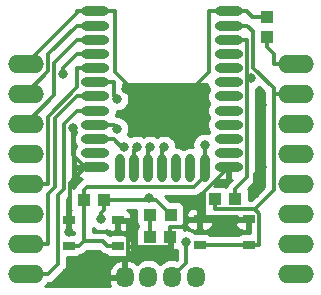
<source format=gtl>
G04 #@! TF.GenerationSoftware,KiCad,Pcbnew,(5.1.0)-1*
G04 #@! TF.CreationDate,2019-05-23T22:12:47+09:00*
G04 #@! TF.ProjectId,ble5,626c6535-2e6b-4696-9361-645f70636258,v1.4*
G04 #@! TF.SameCoordinates,Original*
G04 #@! TF.FileFunction,Copper,L1,Top*
G04 #@! TF.FilePolarity,Positive*
%FSLAX46Y46*%
G04 Gerber Fmt 4.6, Leading zero omitted, Abs format (unit mm)*
G04 Created by KiCad (PCBNEW (5.1.0)-1) date 2019-05-23 22:12:47*
%MOMM*%
%LPD*%
G04 APERTURE LIST*
%ADD10R,1.000000X1.100000*%
%ADD11R,1.100000X1.000000*%
%ADD12R,1.049020X1.079500*%
%ADD13O,3.048000X1.524000*%
%ADD14R,1.050000X0.650000*%
%ADD15O,2.400000X0.800000*%
%ADD16O,0.800000X2.400000*%
%ADD17O,1.524000X1.800000*%
%ADD18C,0.800000*%
%ADD19C,0.300000*%
%ADD20C,0.254000*%
G04 APERTURE END LIST*
D10*
X134700000Y-40450000D03*
X134700000Y-42150000D03*
D11*
X124850000Y-59100000D03*
X126550000Y-59100000D03*
D12*
X126573760Y-57200000D03*
X124826240Y-57200000D03*
D13*
X114300000Y-44450000D03*
X114300000Y-46990000D03*
X114300000Y-49530000D03*
X114300000Y-52070000D03*
X114300000Y-54610000D03*
X114300000Y-57150000D03*
X114300000Y-59690000D03*
X114300000Y-62230000D03*
X137160000Y-44450000D03*
X137160000Y-46990000D03*
X137160000Y-49530000D03*
X137160000Y-52070000D03*
X137160000Y-54610000D03*
X137160000Y-57150000D03*
X137160000Y-59690000D03*
X137160000Y-62230000D03*
D11*
X120900000Y-56000000D03*
X119200000Y-56000000D03*
X130350000Y-55900000D03*
X132050000Y-55900000D03*
D14*
X122100000Y-59850000D03*
X117950000Y-59850000D03*
X122100000Y-57700000D03*
X117950000Y-57700000D03*
X129050000Y-57600000D03*
X133200000Y-57600000D03*
X129050000Y-59750000D03*
X133200000Y-59750000D03*
D15*
X120200000Y-40000000D03*
X120200000Y-41200000D03*
X120200000Y-42400000D03*
X120200000Y-43600000D03*
X120200000Y-44800000D03*
X120200000Y-46000000D03*
X120200000Y-47200000D03*
X120200000Y-48400000D03*
X120200000Y-49600000D03*
X120200000Y-50800000D03*
X120200000Y-52000000D03*
X120200000Y-53200000D03*
D16*
X122250000Y-53300000D03*
X123450000Y-53300000D03*
X124650000Y-53300000D03*
X125850000Y-53300000D03*
X127050000Y-53300000D03*
X128250000Y-53300000D03*
X129450000Y-53300000D03*
D15*
X131500000Y-53200000D03*
X131500000Y-52000000D03*
X131500000Y-50800000D03*
X131500000Y-49600000D03*
X131500000Y-48400000D03*
X131500000Y-47200000D03*
X131500000Y-46000000D03*
X131500000Y-44800000D03*
X131500000Y-43600000D03*
X131500000Y-42400000D03*
X131500000Y-41200000D03*
X131500000Y-40000000D03*
D17*
X128700000Y-62500000D03*
X126700000Y-62500000D03*
X124700000Y-62500000D03*
X122700000Y-62500000D03*
D18*
X118302400Y-49890600D03*
X117950000Y-58670400D03*
X131400000Y-57800000D03*
X133700000Y-55500000D03*
X134300000Y-47900000D03*
X125800000Y-47200000D03*
X134300000Y-53200000D03*
X122800000Y-46600000D03*
X124709400Y-55779000D03*
X133337900Y-45640900D03*
X120694000Y-57575000D03*
X122022400Y-47419200D03*
X127860400Y-59501800D03*
X117468100Y-45297800D03*
X129450000Y-51297400D03*
X126027100Y-51482000D03*
X124851400Y-51499400D03*
X123734600Y-51475300D03*
X122646100Y-51448400D03*
X122046200Y-49916200D03*
D19*
X129433000Y-57450100D02*
X129199900Y-57450100D01*
X129199900Y-57450100D02*
X129050000Y-57600000D01*
X132324700Y-57600000D02*
X132174800Y-57450100D01*
X133200000Y-57600000D02*
X132324700Y-57600000D01*
X132174800Y-57450100D02*
X129433000Y-57450100D01*
X129433000Y-57450100D02*
X129433000Y-55267000D01*
X129433000Y-55267000D02*
X131500000Y-53200000D01*
X117950000Y-57700000D02*
X118052300Y-57597700D01*
X118052300Y-57597700D02*
X118052300Y-54497200D01*
X118052300Y-54497200D02*
X119349500Y-53200000D01*
X119349500Y-53200000D02*
X118302400Y-52152900D01*
X118302400Y-52152900D02*
X118302400Y-49890600D01*
X119424900Y-53200000D02*
X119349500Y-53200000D01*
X117950000Y-58670400D02*
X117950000Y-57700000D01*
X120200000Y-53200000D02*
X119424900Y-53200000D01*
X133050300Y-40000000D02*
X133500300Y-40450000D01*
X133500300Y-40450000D02*
X133974800Y-40450000D01*
X131500000Y-40000000D02*
X133050300Y-40000000D01*
X122975300Y-59950300D02*
X122975300Y-57700000D01*
X122700000Y-61249700D02*
X122975300Y-60974400D01*
X122975300Y-60974400D02*
X122975300Y-59950300D01*
X122975300Y-59950300D02*
X126550000Y-59950300D01*
X126550000Y-59100000D02*
X126550000Y-59950300D01*
X129050000Y-57600000D02*
X128174700Y-57600000D01*
X128174700Y-57600000D02*
X127525000Y-58249700D01*
X127525000Y-58249700D02*
X126550000Y-58249700D01*
X126550000Y-59100000D02*
X126550000Y-58249700D01*
X122100000Y-57700000D02*
X122975300Y-57700000D01*
X122700000Y-62500000D02*
X122700000Y-61249700D01*
X134700000Y-40450000D02*
X133974800Y-40450000D01*
X120200000Y-40000000D02*
X121850300Y-40000000D01*
X131500000Y-40000000D02*
X129849700Y-40000000D01*
X129849700Y-40000000D02*
X129849700Y-45113300D01*
X129849700Y-45113300D02*
X128363400Y-46599600D01*
X128363400Y-46599600D02*
X125600000Y-46599600D01*
X125600000Y-46599600D02*
X123346400Y-46599600D01*
X123346400Y-46599600D02*
X123173400Y-46426600D01*
X123173400Y-46426600D02*
X121850300Y-45103500D01*
X121850300Y-45103500D02*
X121850300Y-40000000D01*
X120200000Y-40000000D02*
X118649700Y-40000000D01*
X114300000Y-44450000D02*
X118649700Y-40100300D01*
X118649700Y-40100300D02*
X118649700Y-40000000D01*
X125600000Y-46599600D02*
X125600000Y-47000000D01*
X133700000Y-53800000D02*
X134300000Y-53200000D01*
X133700000Y-55500000D02*
X133700000Y-53800000D01*
X131600000Y-57600000D02*
X131400000Y-57800000D01*
X131600000Y-57600000D02*
X133200000Y-57600000D01*
X125600000Y-47000000D02*
X125800000Y-47200000D01*
X134300000Y-47900000D02*
X134300000Y-53200000D01*
X123173400Y-46426600D02*
X122973400Y-46426600D01*
X122973400Y-46426600D02*
X122800000Y-46600000D01*
X124709400Y-56000000D02*
X125373800Y-56000000D01*
X125373800Y-56000000D02*
X126573800Y-57200000D01*
X120900000Y-56000000D02*
X124709400Y-56000000D01*
X124709400Y-56000000D02*
X124709400Y-55779000D01*
X132050000Y-55049700D02*
X133050300Y-54049400D01*
X133050300Y-54049400D02*
X133050300Y-45640900D01*
X133050300Y-42400000D02*
X133050300Y-45640900D01*
X133050300Y-45640900D02*
X133337900Y-45640900D01*
X134700000Y-42150000D02*
X134700000Y-43050300D01*
X137160000Y-44450000D02*
X135285700Y-44450000D01*
X135285700Y-44450000D02*
X135285700Y-43636000D01*
X135285700Y-43636000D02*
X134700000Y-43050300D01*
X131500000Y-42400000D02*
X133050300Y-42400000D01*
X120900000Y-56000000D02*
X120900000Y-56850300D01*
X120694000Y-57575000D02*
X120694000Y-57056300D01*
X120694000Y-57056300D02*
X120900000Y-56850300D01*
X132050000Y-55900000D02*
X132050000Y-55049700D01*
X124826200Y-57200000D02*
X124826200Y-58090100D01*
X124826200Y-58090100D02*
X124850000Y-58113900D01*
X124850000Y-58113900D02*
X124850000Y-59100000D01*
X133200000Y-59750000D02*
X134075300Y-59750000D01*
X134075300Y-59750000D02*
X134075300Y-57129900D01*
X134075300Y-57129900D02*
X133695700Y-56750300D01*
X133200000Y-59750000D02*
X132762400Y-59750000D01*
X133695700Y-56750300D02*
X130350000Y-56750300D01*
X135285700Y-46990000D02*
X135285700Y-55160300D01*
X135285700Y-55160300D02*
X133695700Y-56750300D01*
X130350000Y-55900000D02*
X130350000Y-56750300D01*
X133050300Y-41200000D02*
X133550700Y-41700400D01*
X133550700Y-41700400D02*
X133550700Y-44775500D01*
X133550700Y-44775500D02*
X135285700Y-46510500D01*
X135285700Y-46510500D02*
X135285700Y-46990000D01*
X131500000Y-41200000D02*
X133050300Y-41200000D01*
X132762400Y-59750000D02*
X132324700Y-59750000D01*
X137160000Y-46990000D02*
X135285700Y-46990000D01*
X129925300Y-59750000D02*
X132324700Y-59750000D01*
X129050000Y-59750000D02*
X129925300Y-59750000D01*
X120200000Y-44800000D02*
X118649700Y-44800000D01*
X114300000Y-54610000D02*
X116174300Y-54610000D01*
X116174300Y-54610000D02*
X116174300Y-48915800D01*
X116174300Y-48915800D02*
X118649700Y-46440400D01*
X118649700Y-46440400D02*
X118649700Y-44800000D01*
X121750300Y-46000000D02*
X121750300Y-47147100D01*
X121750300Y-47147100D02*
X122022400Y-47419200D01*
X126700000Y-62500000D02*
X127860400Y-61339600D01*
X127860400Y-61339600D02*
X127860400Y-59501800D01*
X120200000Y-46000000D02*
X121750300Y-46000000D01*
X120200000Y-41200000D02*
X118649700Y-41200000D01*
X118649700Y-41200000D02*
X116217100Y-43632600D01*
X116217100Y-43632600D02*
X116217100Y-45072900D01*
X116217100Y-45072900D02*
X114300000Y-46990000D01*
X114300000Y-49530000D02*
X116717500Y-47112500D01*
X116717500Y-47112500D02*
X116717500Y-44332200D01*
X116717500Y-44332200D02*
X118649700Y-42400000D01*
X120200000Y-42400000D02*
X118649700Y-42400000D01*
X118649700Y-43600000D02*
X117468100Y-44781600D01*
X117468100Y-44781600D02*
X117468100Y-45297800D01*
X120200000Y-43600000D02*
X118649700Y-43600000D01*
X114300000Y-59690000D02*
X116174300Y-59690000D01*
X120200000Y-47200000D02*
X118649700Y-47200000D01*
X118649700Y-47200000D02*
X116801600Y-49048100D01*
X116801600Y-49048100D02*
X116801600Y-54860100D01*
X116801600Y-54860100D02*
X116174300Y-55487400D01*
X116174300Y-55487400D02*
X116174300Y-59690000D01*
X116174300Y-62230000D02*
X117051700Y-61352600D01*
X117051700Y-61352600D02*
X117051700Y-55567800D01*
X117051700Y-55567800D02*
X117551900Y-55067600D01*
X117551900Y-55067600D02*
X117551900Y-49497800D01*
X117551900Y-49497800D02*
X118649700Y-48400000D01*
X114300000Y-62230000D02*
X116174300Y-62230000D01*
X120200000Y-48400000D02*
X118649700Y-48400000D01*
X119200000Y-56000000D02*
X119200000Y-55149700D01*
X129450000Y-53300000D02*
X129450000Y-53976200D01*
X129450000Y-53976200D02*
X128567800Y-54858400D01*
X128567800Y-54858400D02*
X119491300Y-54858400D01*
X119491300Y-54858400D02*
X119200000Y-55149700D01*
X129450000Y-51297400D02*
X129450000Y-53300000D01*
X122100000Y-59850000D02*
X121224700Y-59850000D01*
X119200000Y-59475300D02*
X118825300Y-59850000D01*
X119200000Y-56000000D02*
X119200000Y-59475300D01*
X119200000Y-59475300D02*
X120850000Y-59475300D01*
X120850000Y-59475300D02*
X121224700Y-59850000D01*
X117950000Y-59850000D02*
X118825300Y-59850000D01*
X125850000Y-51749700D02*
X125850000Y-51659100D01*
X125850000Y-51659100D02*
X126027100Y-51482000D01*
X125850000Y-53300000D02*
X125850000Y-51749700D01*
X124650000Y-51749700D02*
X124851400Y-51548300D01*
X124851400Y-51548300D02*
X124851400Y-51499400D01*
X124650000Y-53300000D02*
X124650000Y-51749700D01*
X123450000Y-53300000D02*
X123450000Y-51749700D01*
X123460200Y-51749700D02*
X123734600Y-51475300D01*
X123450000Y-51749700D02*
X123460200Y-51749700D01*
X121750300Y-50800000D02*
X122398700Y-51448400D01*
X122398700Y-51448400D02*
X122646100Y-51448400D01*
X120200000Y-50800000D02*
X121750300Y-50800000D01*
X120200000Y-49600000D02*
X121750300Y-49600000D01*
X121750300Y-49600000D02*
X121750300Y-49620300D01*
X121750300Y-49620300D02*
X122046200Y-49916200D01*
D20*
G36*
X123663658Y-57739750D02*
G01*
X123675918Y-57864232D01*
X123712228Y-57983930D01*
X123771193Y-58094244D01*
X123832397Y-58168821D01*
X123769463Y-58245506D01*
X123710498Y-58355820D01*
X123674188Y-58475518D01*
X123661928Y-58600000D01*
X123661928Y-59600000D01*
X123674188Y-59724482D01*
X123710498Y-59844180D01*
X123769463Y-59954494D01*
X123848815Y-60051185D01*
X123945506Y-60130537D01*
X124055820Y-60189502D01*
X124175518Y-60225812D01*
X124300000Y-60238072D01*
X125400000Y-60238072D01*
X125524482Y-60225812D01*
X125644180Y-60189502D01*
X125700000Y-60159665D01*
X125755820Y-60189502D01*
X125875518Y-60225812D01*
X126000000Y-60238072D01*
X126264250Y-60235000D01*
X126423000Y-60076250D01*
X126423000Y-59227000D01*
X126403000Y-59227000D01*
X126403000Y-58973000D01*
X126423000Y-58973000D01*
X126423000Y-58953000D01*
X126677000Y-58953000D01*
X126677000Y-58973000D01*
X126697000Y-58973000D01*
X126697000Y-59227000D01*
X126677000Y-59227000D01*
X126677000Y-60076250D01*
X126835750Y-60235000D01*
X127075401Y-60237786D01*
X127075400Y-61014442D01*
X127074193Y-61015650D01*
X126973860Y-60985214D01*
X126700000Y-60958241D01*
X126426141Y-60985214D01*
X126162806Y-61065096D01*
X125920114Y-61194817D01*
X125707393Y-61369392D01*
X125700000Y-61378400D01*
X125692608Y-61369392D01*
X125479887Y-61194817D01*
X125237195Y-61065096D01*
X124973860Y-60985214D01*
X124700000Y-60958241D01*
X124426141Y-60985214D01*
X124162806Y-61065096D01*
X123920114Y-61194817D01*
X123707393Y-61369392D01*
X123694039Y-61385663D01*
X123530330Y-61237865D01*
X123295068Y-61097476D01*
X123043070Y-61007780D01*
X122827000Y-61130280D01*
X122827000Y-62373000D01*
X122847000Y-62373000D01*
X122847000Y-62627000D01*
X122827000Y-62627000D01*
X122827000Y-62647000D01*
X122573000Y-62647000D01*
X122573000Y-62627000D01*
X121461251Y-62627000D01*
X121317986Y-62845752D01*
X121385071Y-63111378D01*
X121469978Y-63290000D01*
X115972490Y-63290000D01*
X116054608Y-63222608D01*
X116226053Y-63013701D01*
X116328187Y-63003641D01*
X116476160Y-62958754D01*
X116612533Y-62885862D01*
X116732064Y-62787764D01*
X116756647Y-62757810D01*
X117360209Y-62154248D01*
X121317986Y-62154248D01*
X121461251Y-62373000D01*
X122573000Y-62373000D01*
X122573000Y-61130280D01*
X122356930Y-61007780D01*
X122104932Y-61097476D01*
X121869670Y-61237865D01*
X121666317Y-61421454D01*
X121502688Y-61641188D01*
X121385071Y-61888622D01*
X121317986Y-62154248D01*
X117360209Y-62154248D01*
X117579517Y-61934941D01*
X117609464Y-61910364D01*
X117644714Y-61867413D01*
X117658150Y-61851041D01*
X117707562Y-61790833D01*
X117780454Y-61654460D01*
X117780454Y-61654459D01*
X117825342Y-61506487D01*
X117833716Y-61421454D01*
X117836700Y-61391161D01*
X117836700Y-61391156D01*
X117840497Y-61352600D01*
X117836700Y-61314045D01*
X117836700Y-60813072D01*
X118475000Y-60813072D01*
X118599482Y-60800812D01*
X118719180Y-60764502D01*
X118829494Y-60705537D01*
X118922479Y-60629226D01*
X118979187Y-60623641D01*
X119127160Y-60578754D01*
X119263533Y-60505862D01*
X119383064Y-60407764D01*
X119407647Y-60377809D01*
X119525157Y-60260300D01*
X120524844Y-60260300D01*
X120642349Y-60377805D01*
X120666936Y-60407764D01*
X120786467Y-60505862D01*
X120898902Y-60565959D01*
X120922840Y-60578754D01*
X121070813Y-60623642D01*
X121127521Y-60629227D01*
X121220506Y-60705537D01*
X121330820Y-60764502D01*
X121450518Y-60800812D01*
X121575000Y-60813072D01*
X122625000Y-60813072D01*
X122749482Y-60800812D01*
X122869180Y-60764502D01*
X122979494Y-60705537D01*
X123076185Y-60626185D01*
X123155537Y-60529494D01*
X123214502Y-60419180D01*
X123250812Y-60299482D01*
X123263072Y-60175000D01*
X123263072Y-59525000D01*
X123250812Y-59400518D01*
X123214502Y-59280820D01*
X123155537Y-59170506D01*
X123076185Y-59073815D01*
X122979494Y-58994463D01*
X122869180Y-58935498D01*
X122749482Y-58899188D01*
X122625000Y-58886928D01*
X121575000Y-58886928D01*
X121450518Y-58899188D01*
X121402979Y-58913609D01*
X121288233Y-58819438D01*
X121151860Y-58746546D01*
X121003887Y-58701659D01*
X120888561Y-58690300D01*
X120888553Y-58690300D01*
X120850000Y-58686503D01*
X120811447Y-58690300D01*
X119985000Y-58690300D01*
X119985000Y-58329711D01*
X120034226Y-58378937D01*
X120203744Y-58492205D01*
X120392102Y-58570226D01*
X120592061Y-58610000D01*
X120795939Y-58610000D01*
X120995898Y-58570226D01*
X121157061Y-58503469D01*
X121220506Y-58555537D01*
X121330820Y-58614502D01*
X121450518Y-58650812D01*
X121575000Y-58663072D01*
X121814250Y-58660000D01*
X121973000Y-58501250D01*
X121973000Y-57827000D01*
X122227000Y-57827000D01*
X122227000Y-58501250D01*
X122385750Y-58660000D01*
X122625000Y-58663072D01*
X122749482Y-58650812D01*
X122869180Y-58614502D01*
X122979494Y-58555537D01*
X123076185Y-58476185D01*
X123155537Y-58379494D01*
X123214502Y-58269180D01*
X123250812Y-58149482D01*
X123263072Y-58025000D01*
X123260000Y-57985750D01*
X123101250Y-57827000D01*
X122227000Y-57827000D01*
X121973000Y-57827000D01*
X121953000Y-57827000D01*
X121953000Y-57573000D01*
X121973000Y-57573000D01*
X121973000Y-57553000D01*
X122227000Y-57553000D01*
X122227000Y-57573000D01*
X123101250Y-57573000D01*
X123260000Y-57414250D01*
X123263072Y-57375000D01*
X123250812Y-57250518D01*
X123214502Y-57130820D01*
X123155537Y-57020506D01*
X123076185Y-56923815D01*
X122979494Y-56844463D01*
X122869180Y-56785498D01*
X122867538Y-56785000D01*
X123663658Y-56785000D01*
X123663658Y-57739750D01*
X123663658Y-57739750D01*
G37*
X123663658Y-57739750D02*
X123675918Y-57864232D01*
X123712228Y-57983930D01*
X123771193Y-58094244D01*
X123832397Y-58168821D01*
X123769463Y-58245506D01*
X123710498Y-58355820D01*
X123674188Y-58475518D01*
X123661928Y-58600000D01*
X123661928Y-59600000D01*
X123674188Y-59724482D01*
X123710498Y-59844180D01*
X123769463Y-59954494D01*
X123848815Y-60051185D01*
X123945506Y-60130537D01*
X124055820Y-60189502D01*
X124175518Y-60225812D01*
X124300000Y-60238072D01*
X125400000Y-60238072D01*
X125524482Y-60225812D01*
X125644180Y-60189502D01*
X125700000Y-60159665D01*
X125755820Y-60189502D01*
X125875518Y-60225812D01*
X126000000Y-60238072D01*
X126264250Y-60235000D01*
X126423000Y-60076250D01*
X126423000Y-59227000D01*
X126403000Y-59227000D01*
X126403000Y-58973000D01*
X126423000Y-58973000D01*
X126423000Y-58953000D01*
X126677000Y-58953000D01*
X126677000Y-58973000D01*
X126697000Y-58973000D01*
X126697000Y-59227000D01*
X126677000Y-59227000D01*
X126677000Y-60076250D01*
X126835750Y-60235000D01*
X127075401Y-60237786D01*
X127075400Y-61014442D01*
X127074193Y-61015650D01*
X126973860Y-60985214D01*
X126700000Y-60958241D01*
X126426141Y-60985214D01*
X126162806Y-61065096D01*
X125920114Y-61194817D01*
X125707393Y-61369392D01*
X125700000Y-61378400D01*
X125692608Y-61369392D01*
X125479887Y-61194817D01*
X125237195Y-61065096D01*
X124973860Y-60985214D01*
X124700000Y-60958241D01*
X124426141Y-60985214D01*
X124162806Y-61065096D01*
X123920114Y-61194817D01*
X123707393Y-61369392D01*
X123694039Y-61385663D01*
X123530330Y-61237865D01*
X123295068Y-61097476D01*
X123043070Y-61007780D01*
X122827000Y-61130280D01*
X122827000Y-62373000D01*
X122847000Y-62373000D01*
X122847000Y-62627000D01*
X122827000Y-62627000D01*
X122827000Y-62647000D01*
X122573000Y-62647000D01*
X122573000Y-62627000D01*
X121461251Y-62627000D01*
X121317986Y-62845752D01*
X121385071Y-63111378D01*
X121469978Y-63290000D01*
X115972490Y-63290000D01*
X116054608Y-63222608D01*
X116226053Y-63013701D01*
X116328187Y-63003641D01*
X116476160Y-62958754D01*
X116612533Y-62885862D01*
X116732064Y-62787764D01*
X116756647Y-62757810D01*
X117360209Y-62154248D01*
X121317986Y-62154248D01*
X121461251Y-62373000D01*
X122573000Y-62373000D01*
X122573000Y-61130280D01*
X122356930Y-61007780D01*
X122104932Y-61097476D01*
X121869670Y-61237865D01*
X121666317Y-61421454D01*
X121502688Y-61641188D01*
X121385071Y-61888622D01*
X121317986Y-62154248D01*
X117360209Y-62154248D01*
X117579517Y-61934941D01*
X117609464Y-61910364D01*
X117644714Y-61867413D01*
X117658150Y-61851041D01*
X117707562Y-61790833D01*
X117780454Y-61654460D01*
X117780454Y-61654459D01*
X117825342Y-61506487D01*
X117833716Y-61421454D01*
X117836700Y-61391161D01*
X117836700Y-61391156D01*
X117840497Y-61352600D01*
X117836700Y-61314045D01*
X117836700Y-60813072D01*
X118475000Y-60813072D01*
X118599482Y-60800812D01*
X118719180Y-60764502D01*
X118829494Y-60705537D01*
X118922479Y-60629226D01*
X118979187Y-60623641D01*
X119127160Y-60578754D01*
X119263533Y-60505862D01*
X119383064Y-60407764D01*
X119407647Y-60377809D01*
X119525157Y-60260300D01*
X120524844Y-60260300D01*
X120642349Y-60377805D01*
X120666936Y-60407764D01*
X120786467Y-60505862D01*
X120898902Y-60565959D01*
X120922840Y-60578754D01*
X121070813Y-60623642D01*
X121127521Y-60629227D01*
X121220506Y-60705537D01*
X121330820Y-60764502D01*
X121450518Y-60800812D01*
X121575000Y-60813072D01*
X122625000Y-60813072D01*
X122749482Y-60800812D01*
X122869180Y-60764502D01*
X122979494Y-60705537D01*
X123076185Y-60626185D01*
X123155537Y-60529494D01*
X123214502Y-60419180D01*
X123250812Y-60299482D01*
X123263072Y-60175000D01*
X123263072Y-59525000D01*
X123250812Y-59400518D01*
X123214502Y-59280820D01*
X123155537Y-59170506D01*
X123076185Y-59073815D01*
X122979494Y-58994463D01*
X122869180Y-58935498D01*
X122749482Y-58899188D01*
X122625000Y-58886928D01*
X121575000Y-58886928D01*
X121450518Y-58899188D01*
X121402979Y-58913609D01*
X121288233Y-58819438D01*
X121151860Y-58746546D01*
X121003887Y-58701659D01*
X120888561Y-58690300D01*
X120888553Y-58690300D01*
X120850000Y-58686503D01*
X120811447Y-58690300D01*
X119985000Y-58690300D01*
X119985000Y-58329711D01*
X120034226Y-58378937D01*
X120203744Y-58492205D01*
X120392102Y-58570226D01*
X120592061Y-58610000D01*
X120795939Y-58610000D01*
X120995898Y-58570226D01*
X121157061Y-58503469D01*
X121220506Y-58555537D01*
X121330820Y-58614502D01*
X121450518Y-58650812D01*
X121575000Y-58663072D01*
X121814250Y-58660000D01*
X121973000Y-58501250D01*
X121973000Y-57827000D01*
X122227000Y-57827000D01*
X122227000Y-58501250D01*
X122385750Y-58660000D01*
X122625000Y-58663072D01*
X122749482Y-58650812D01*
X122869180Y-58614502D01*
X122979494Y-58555537D01*
X123076185Y-58476185D01*
X123155537Y-58379494D01*
X123214502Y-58269180D01*
X123250812Y-58149482D01*
X123263072Y-58025000D01*
X123260000Y-57985750D01*
X123101250Y-57827000D01*
X122227000Y-57827000D01*
X121973000Y-57827000D01*
X121953000Y-57827000D01*
X121953000Y-57573000D01*
X121973000Y-57573000D01*
X121973000Y-57553000D01*
X122227000Y-57553000D01*
X122227000Y-57573000D01*
X123101250Y-57573000D01*
X123260000Y-57414250D01*
X123263072Y-57375000D01*
X123250812Y-57250518D01*
X123214502Y-57130820D01*
X123155537Y-57020506D01*
X123076185Y-56923815D01*
X122979494Y-56844463D01*
X122869180Y-56785498D01*
X122867538Y-56785000D01*
X123663658Y-56785000D01*
X123663658Y-57739750D01*
G36*
X129161928Y-55400000D02*
G01*
X129161928Y-56400000D01*
X129174188Y-56524482D01*
X129210498Y-56644180D01*
X129252671Y-56723079D01*
X129177000Y-56798750D01*
X129177000Y-57473000D01*
X130036814Y-57473000D01*
X130048140Y-57479054D01*
X130196113Y-57523941D01*
X130311439Y-57535300D01*
X130311440Y-57535300D01*
X130350000Y-57539098D01*
X130388561Y-57535300D01*
X133290301Y-57535300D01*
X133290300Y-58786928D01*
X132675000Y-58786928D01*
X132550518Y-58799188D01*
X132430820Y-58835498D01*
X132320506Y-58894463D01*
X132234556Y-58965000D01*
X130015444Y-58965000D01*
X129929494Y-58894463D01*
X129819180Y-58835498D01*
X129699482Y-58799188D01*
X129575000Y-58786928D01*
X128609239Y-58786928D01*
X128520174Y-58697863D01*
X128350656Y-58584595D01*
X128162298Y-58506574D01*
X127962339Y-58466800D01*
X127758461Y-58466800D01*
X127725176Y-58473421D01*
X127689502Y-58355820D01*
X127630537Y-58245506D01*
X127567603Y-58168821D01*
X127628807Y-58094244D01*
X127687772Y-57983930D01*
X127705648Y-57925000D01*
X127886928Y-57925000D01*
X127899188Y-58049482D01*
X127935498Y-58169180D01*
X127994463Y-58279494D01*
X128073815Y-58376185D01*
X128170506Y-58455537D01*
X128280820Y-58514502D01*
X128400518Y-58550812D01*
X128525000Y-58563072D01*
X128764250Y-58560000D01*
X128923000Y-58401250D01*
X128923000Y-57727000D01*
X129177000Y-57727000D01*
X129177000Y-58401250D01*
X129335750Y-58560000D01*
X129575000Y-58563072D01*
X129699482Y-58550812D01*
X129819180Y-58514502D01*
X129929494Y-58455537D01*
X130026185Y-58376185D01*
X130105537Y-58279494D01*
X130164502Y-58169180D01*
X130200812Y-58049482D01*
X130213072Y-57925000D01*
X132036928Y-57925000D01*
X132049188Y-58049482D01*
X132085498Y-58169180D01*
X132144463Y-58279494D01*
X132223815Y-58376185D01*
X132320506Y-58455537D01*
X132430820Y-58514502D01*
X132550518Y-58550812D01*
X132675000Y-58563072D01*
X132914250Y-58560000D01*
X133073000Y-58401250D01*
X133073000Y-57727000D01*
X132198750Y-57727000D01*
X132040000Y-57885750D01*
X132036928Y-57925000D01*
X130213072Y-57925000D01*
X130210000Y-57885750D01*
X130051250Y-57727000D01*
X129177000Y-57727000D01*
X128923000Y-57727000D01*
X128048750Y-57727000D01*
X127890000Y-57885750D01*
X127886928Y-57925000D01*
X127705648Y-57925000D01*
X127724082Y-57864232D01*
X127736342Y-57739750D01*
X127736342Y-57275000D01*
X127886928Y-57275000D01*
X127890000Y-57314250D01*
X128048750Y-57473000D01*
X128923000Y-57473000D01*
X128923000Y-56798750D01*
X128764250Y-56640000D01*
X128525000Y-56636928D01*
X128400518Y-56649188D01*
X128280820Y-56685498D01*
X128170506Y-56744463D01*
X128073815Y-56823815D01*
X127994463Y-56920506D01*
X127935498Y-57030820D01*
X127899188Y-57150518D01*
X127886928Y-57275000D01*
X127736342Y-57275000D01*
X127736342Y-56660250D01*
X127724082Y-56535768D01*
X127687772Y-56416070D01*
X127628807Y-56305756D01*
X127549455Y-56209065D01*
X127452764Y-56129713D01*
X127342450Y-56070748D01*
X127222752Y-56034438D01*
X127098270Y-56022178D01*
X126506135Y-56022178D01*
X126127357Y-55643400D01*
X128529247Y-55643400D01*
X128567800Y-55647197D01*
X128606353Y-55643400D01*
X128606361Y-55643400D01*
X128721687Y-55632041D01*
X128869660Y-55587154D01*
X129006033Y-55514262D01*
X129125564Y-55416164D01*
X129150147Y-55386210D01*
X129164722Y-55371636D01*
X129161928Y-55400000D01*
X129161928Y-55400000D01*
G37*
X129161928Y-55400000D02*
X129161928Y-56400000D01*
X129174188Y-56524482D01*
X129210498Y-56644180D01*
X129252671Y-56723079D01*
X129177000Y-56798750D01*
X129177000Y-57473000D01*
X130036814Y-57473000D01*
X130048140Y-57479054D01*
X130196113Y-57523941D01*
X130311439Y-57535300D01*
X130311440Y-57535300D01*
X130350000Y-57539098D01*
X130388561Y-57535300D01*
X133290301Y-57535300D01*
X133290300Y-58786928D01*
X132675000Y-58786928D01*
X132550518Y-58799188D01*
X132430820Y-58835498D01*
X132320506Y-58894463D01*
X132234556Y-58965000D01*
X130015444Y-58965000D01*
X129929494Y-58894463D01*
X129819180Y-58835498D01*
X129699482Y-58799188D01*
X129575000Y-58786928D01*
X128609239Y-58786928D01*
X128520174Y-58697863D01*
X128350656Y-58584595D01*
X128162298Y-58506574D01*
X127962339Y-58466800D01*
X127758461Y-58466800D01*
X127725176Y-58473421D01*
X127689502Y-58355820D01*
X127630537Y-58245506D01*
X127567603Y-58168821D01*
X127628807Y-58094244D01*
X127687772Y-57983930D01*
X127705648Y-57925000D01*
X127886928Y-57925000D01*
X127899188Y-58049482D01*
X127935498Y-58169180D01*
X127994463Y-58279494D01*
X128073815Y-58376185D01*
X128170506Y-58455537D01*
X128280820Y-58514502D01*
X128400518Y-58550812D01*
X128525000Y-58563072D01*
X128764250Y-58560000D01*
X128923000Y-58401250D01*
X128923000Y-57727000D01*
X129177000Y-57727000D01*
X129177000Y-58401250D01*
X129335750Y-58560000D01*
X129575000Y-58563072D01*
X129699482Y-58550812D01*
X129819180Y-58514502D01*
X129929494Y-58455537D01*
X130026185Y-58376185D01*
X130105537Y-58279494D01*
X130164502Y-58169180D01*
X130200812Y-58049482D01*
X130213072Y-57925000D01*
X132036928Y-57925000D01*
X132049188Y-58049482D01*
X132085498Y-58169180D01*
X132144463Y-58279494D01*
X132223815Y-58376185D01*
X132320506Y-58455537D01*
X132430820Y-58514502D01*
X132550518Y-58550812D01*
X132675000Y-58563072D01*
X132914250Y-58560000D01*
X133073000Y-58401250D01*
X133073000Y-57727000D01*
X132198750Y-57727000D01*
X132040000Y-57885750D01*
X132036928Y-57925000D01*
X130213072Y-57925000D01*
X130210000Y-57885750D01*
X130051250Y-57727000D01*
X129177000Y-57727000D01*
X128923000Y-57727000D01*
X128048750Y-57727000D01*
X127890000Y-57885750D01*
X127886928Y-57925000D01*
X127705648Y-57925000D01*
X127724082Y-57864232D01*
X127736342Y-57739750D01*
X127736342Y-57275000D01*
X127886928Y-57275000D01*
X127890000Y-57314250D01*
X128048750Y-57473000D01*
X128923000Y-57473000D01*
X128923000Y-56798750D01*
X128764250Y-56640000D01*
X128525000Y-56636928D01*
X128400518Y-56649188D01*
X128280820Y-56685498D01*
X128170506Y-56744463D01*
X128073815Y-56823815D01*
X127994463Y-56920506D01*
X127935498Y-57030820D01*
X127899188Y-57150518D01*
X127886928Y-57275000D01*
X127736342Y-57275000D01*
X127736342Y-56660250D01*
X127724082Y-56535768D01*
X127687772Y-56416070D01*
X127628807Y-56305756D01*
X127549455Y-56209065D01*
X127452764Y-56129713D01*
X127342450Y-56070748D01*
X127222752Y-56034438D01*
X127098270Y-56022178D01*
X126506135Y-56022178D01*
X126127357Y-55643400D01*
X128529247Y-55643400D01*
X128567800Y-55647197D01*
X128606353Y-55643400D01*
X128606361Y-55643400D01*
X128721687Y-55632041D01*
X128869660Y-55587154D01*
X129006033Y-55514262D01*
X129125564Y-55416164D01*
X129150147Y-55386210D01*
X129164722Y-55371636D01*
X129161928Y-55400000D01*
G36*
X118011928Y-56500000D02*
G01*
X118024188Y-56624482D01*
X118060498Y-56744180D01*
X118119463Y-56854494D01*
X118120271Y-56855479D01*
X118077000Y-56898750D01*
X118077000Y-57573000D01*
X118097000Y-57573000D01*
X118097000Y-57827000D01*
X118077000Y-57827000D01*
X118077000Y-58501250D01*
X118235750Y-58660000D01*
X118415001Y-58662302D01*
X118415001Y-58886928D01*
X117836700Y-58886928D01*
X117836700Y-55892957D01*
X118011928Y-55717728D01*
X118011928Y-56500000D01*
X118011928Y-56500000D01*
G37*
X118011928Y-56500000D02*
X118024188Y-56624482D01*
X118060498Y-56744180D01*
X118119463Y-56854494D01*
X118120271Y-56855479D01*
X118077000Y-56898750D01*
X118077000Y-57573000D01*
X118097000Y-57573000D01*
X118097000Y-57827000D01*
X118077000Y-57827000D01*
X118077000Y-58501250D01*
X118235750Y-58660000D01*
X118415001Y-58662302D01*
X118415001Y-58886928D01*
X117836700Y-58886928D01*
X117836700Y-55892957D01*
X118011928Y-55717728D01*
X118011928Y-56500000D01*
G36*
X134500700Y-46835657D02*
G01*
X134500700Y-46951439D01*
X134496902Y-46990000D01*
X134500700Y-47028560D01*
X134500701Y-54835142D01*
X133370543Y-55965300D01*
X133238072Y-55965300D01*
X133238072Y-55400000D01*
X133225812Y-55275518D01*
X133189502Y-55155820D01*
X133142315Y-55067542D01*
X133578111Y-54631746D01*
X133608064Y-54607164D01*
X133706162Y-54487633D01*
X133779054Y-54351260D01*
X133788250Y-54320946D01*
X133823942Y-54203287D01*
X133833364Y-54107614D01*
X133835300Y-54087961D01*
X133835300Y-54087956D01*
X133839097Y-54049400D01*
X133835300Y-54010844D01*
X133835300Y-46553332D01*
X133997674Y-46444837D01*
X134053777Y-46388734D01*
X134500700Y-46835657D01*
X134500700Y-46835657D01*
G37*
X134500700Y-46835657D02*
X134500700Y-46951439D01*
X134496902Y-46990000D01*
X134500700Y-47028560D01*
X134500701Y-54835142D01*
X133370543Y-55965300D01*
X133238072Y-55965300D01*
X133238072Y-55400000D01*
X133225812Y-55275518D01*
X133189502Y-55155820D01*
X133142315Y-55067542D01*
X133578111Y-54631746D01*
X133608064Y-54607164D01*
X133706162Y-54487633D01*
X133779054Y-54351260D01*
X133788250Y-54320946D01*
X133823942Y-54203287D01*
X133833364Y-54107614D01*
X133835300Y-54087961D01*
X133835300Y-54087956D01*
X133839097Y-54049400D01*
X133835300Y-54010844D01*
X133835300Y-46553332D01*
X133997674Y-46444837D01*
X134053777Y-46388734D01*
X134500700Y-46835657D01*
G36*
X118379976Y-49802895D02*
G01*
X118439159Y-49997993D01*
X118535266Y-50177797D01*
X118553488Y-50200000D01*
X118535266Y-50222203D01*
X118439159Y-50402007D01*
X118379976Y-50597105D01*
X118359993Y-50800000D01*
X118379976Y-51002895D01*
X118439159Y-51197993D01*
X118535266Y-51377797D01*
X118553488Y-51400000D01*
X118535266Y-51422203D01*
X118439159Y-51602007D01*
X118379976Y-51797105D01*
X118359993Y-52000000D01*
X118379976Y-52202895D01*
X118439159Y-52397993D01*
X118535266Y-52577797D01*
X118552466Y-52598755D01*
X118468872Y-52730582D01*
X118405334Y-52913877D01*
X118533002Y-53073000D01*
X120073000Y-53073000D01*
X120073000Y-53053000D01*
X120327000Y-53053000D01*
X120327000Y-53073000D01*
X120347000Y-53073000D01*
X120347000Y-53327000D01*
X120327000Y-53327000D01*
X120327000Y-53347000D01*
X120073000Y-53347000D01*
X120073000Y-53327000D01*
X118533002Y-53327000D01*
X118405334Y-53486123D01*
X118468872Y-53669418D01*
X118578342Y-53842052D01*
X118719388Y-53990013D01*
X118886590Y-54107614D01*
X119073522Y-54190336D01*
X119075195Y-54190711D01*
X119053067Y-54202538D01*
X118933536Y-54300636D01*
X118908955Y-54330588D01*
X118672185Y-54567358D01*
X118642237Y-54591936D01*
X118617659Y-54621884D01*
X118617655Y-54621888D01*
X118595766Y-54648560D01*
X118544139Y-54711467D01*
X118508041Y-54779002D01*
X118471246Y-54847841D01*
X118456944Y-54894990D01*
X118405820Y-54910498D01*
X118336900Y-54947337D01*
X118336900Y-49822957D01*
X118377913Y-49781944D01*
X118379976Y-49802895D01*
X118379976Y-49802895D01*
G37*
X118379976Y-49802895D02*
X118439159Y-49997993D01*
X118535266Y-50177797D01*
X118553488Y-50200000D01*
X118535266Y-50222203D01*
X118439159Y-50402007D01*
X118379976Y-50597105D01*
X118359993Y-50800000D01*
X118379976Y-51002895D01*
X118439159Y-51197993D01*
X118535266Y-51377797D01*
X118553488Y-51400000D01*
X118535266Y-51422203D01*
X118439159Y-51602007D01*
X118379976Y-51797105D01*
X118359993Y-52000000D01*
X118379976Y-52202895D01*
X118439159Y-52397993D01*
X118535266Y-52577797D01*
X118552466Y-52598755D01*
X118468872Y-52730582D01*
X118405334Y-52913877D01*
X118533002Y-53073000D01*
X120073000Y-53073000D01*
X120073000Y-53053000D01*
X120327000Y-53053000D01*
X120327000Y-53073000D01*
X120347000Y-53073000D01*
X120347000Y-53327000D01*
X120327000Y-53327000D01*
X120327000Y-53347000D01*
X120073000Y-53347000D01*
X120073000Y-53327000D01*
X118533002Y-53327000D01*
X118405334Y-53486123D01*
X118468872Y-53669418D01*
X118578342Y-53842052D01*
X118719388Y-53990013D01*
X118886590Y-54107614D01*
X119073522Y-54190336D01*
X119075195Y-54190711D01*
X119053067Y-54202538D01*
X118933536Y-54300636D01*
X118908955Y-54330588D01*
X118672185Y-54567358D01*
X118642237Y-54591936D01*
X118617659Y-54621884D01*
X118617655Y-54621888D01*
X118595766Y-54648560D01*
X118544139Y-54711467D01*
X118508041Y-54779002D01*
X118471246Y-54847841D01*
X118456944Y-54894990D01*
X118405820Y-54910498D01*
X118336900Y-54947337D01*
X118336900Y-49822957D01*
X118377913Y-49781944D01*
X118379976Y-49802895D01*
G36*
X131627000Y-53073000D02*
G01*
X131647000Y-53073000D01*
X131647000Y-53327000D01*
X131627000Y-53327000D01*
X131627000Y-54235000D01*
X131754543Y-54235000D01*
X131522185Y-54467358D01*
X131492237Y-54491936D01*
X131467659Y-54521884D01*
X131467655Y-54521888D01*
X131457745Y-54533964D01*
X131394139Y-54611467D01*
X131388569Y-54621888D01*
X131321246Y-54747841D01*
X131306944Y-54794990D01*
X131255820Y-54810498D01*
X131200000Y-54840335D01*
X131144180Y-54810498D01*
X131024482Y-54774188D01*
X130900000Y-54761928D01*
X130245690Y-54761928D01*
X130314734Y-54677797D01*
X130410841Y-54497993D01*
X130470024Y-54302895D01*
X130478789Y-54213906D01*
X130573000Y-54235000D01*
X131373000Y-54235000D01*
X131373000Y-53327000D01*
X131353000Y-53327000D01*
X131353000Y-53073000D01*
X131373000Y-53073000D01*
X131373000Y-53053000D01*
X131627000Y-53053000D01*
X131627000Y-53073000D01*
X131627000Y-53073000D01*
G37*
X131627000Y-53073000D02*
X131647000Y-53073000D01*
X131647000Y-53327000D01*
X131627000Y-53327000D01*
X131627000Y-54235000D01*
X131754543Y-54235000D01*
X131522185Y-54467358D01*
X131492237Y-54491936D01*
X131467659Y-54521884D01*
X131467655Y-54521888D01*
X131457745Y-54533964D01*
X131394139Y-54611467D01*
X131388569Y-54621888D01*
X131321246Y-54747841D01*
X131306944Y-54794990D01*
X131255820Y-54810498D01*
X131200000Y-54840335D01*
X131144180Y-54810498D01*
X131024482Y-54774188D01*
X130900000Y-54761928D01*
X130245690Y-54761928D01*
X130314734Y-54677797D01*
X130410841Y-54497993D01*
X130470024Y-54302895D01*
X130478789Y-54213906D01*
X130573000Y-54235000D01*
X131373000Y-54235000D01*
X131373000Y-53327000D01*
X131353000Y-53327000D01*
X131353000Y-53073000D01*
X131373000Y-53073000D01*
X131373000Y-53053000D01*
X131627000Y-53053000D01*
X131627000Y-53073000D01*
G36*
X129679976Y-46202895D02*
G01*
X129739159Y-46397993D01*
X129835266Y-46577797D01*
X129853488Y-46600000D01*
X129835266Y-46622203D01*
X129739159Y-46802007D01*
X129679976Y-46997105D01*
X129659993Y-47200000D01*
X129679976Y-47402895D01*
X129739159Y-47597993D01*
X129835266Y-47777797D01*
X129853488Y-47800000D01*
X129835266Y-47822203D01*
X129739159Y-48002007D01*
X129679976Y-48197105D01*
X129659993Y-48400000D01*
X129679976Y-48602895D01*
X129739159Y-48797993D01*
X129835266Y-48977797D01*
X129853488Y-49000000D01*
X129835266Y-49022203D01*
X129739159Y-49202007D01*
X129679976Y-49397105D01*
X129659993Y-49600000D01*
X129679976Y-49802895D01*
X129739159Y-49997993D01*
X129835266Y-50177797D01*
X129853488Y-50200000D01*
X129835266Y-50222203D01*
X129785157Y-50315950D01*
X129751898Y-50302174D01*
X129551939Y-50262400D01*
X129348061Y-50262400D01*
X129148102Y-50302174D01*
X128959744Y-50380195D01*
X128790226Y-50493463D01*
X128646063Y-50637626D01*
X128532795Y-50807144D01*
X128454774Y-50995502D01*
X128415000Y-51195461D01*
X128415000Y-51399339D01*
X128430603Y-51477781D01*
X128250000Y-51459993D01*
X128047105Y-51479976D01*
X127852007Y-51539159D01*
X127672203Y-51635266D01*
X127650000Y-51653488D01*
X127627797Y-51635266D01*
X127447992Y-51539159D01*
X127252894Y-51479976D01*
X127062100Y-51461185D01*
X127062100Y-51380061D01*
X127022326Y-51180102D01*
X126944305Y-50991744D01*
X126831037Y-50822226D01*
X126686874Y-50678063D01*
X126517356Y-50564795D01*
X126328998Y-50486774D01*
X126129039Y-50447000D01*
X125925161Y-50447000D01*
X125725202Y-50486774D01*
X125536844Y-50564795D01*
X125426229Y-50638705D01*
X125341656Y-50582195D01*
X125153298Y-50504174D01*
X124953339Y-50464400D01*
X124749461Y-50464400D01*
X124549502Y-50504174D01*
X124361144Y-50582195D01*
X124311034Y-50615677D01*
X124224856Y-50558095D01*
X124036498Y-50480074D01*
X123836539Y-50440300D01*
X123632661Y-50440300D01*
X123432702Y-50480074D01*
X123244344Y-50558095D01*
X123210479Y-50580723D01*
X123136356Y-50531195D01*
X122947998Y-50453174D01*
X122934044Y-50450398D01*
X122963405Y-50406456D01*
X123041426Y-50218098D01*
X123081200Y-50018139D01*
X123081200Y-49814261D01*
X123041426Y-49614302D01*
X122963405Y-49425944D01*
X122850137Y-49256426D01*
X122705974Y-49112263D01*
X122536456Y-48998995D01*
X122348098Y-48920974D01*
X122148139Y-48881200D01*
X122070783Y-48881200D01*
X122052160Y-48871246D01*
X121939890Y-48837189D01*
X121960841Y-48797993D01*
X122020024Y-48602895D01*
X122034669Y-48454200D01*
X122124339Y-48454200D01*
X122324298Y-48414426D01*
X122512656Y-48336405D01*
X122682174Y-48223137D01*
X122826337Y-48078974D01*
X122939605Y-47909456D01*
X123017626Y-47721098D01*
X123057400Y-47521139D01*
X123057400Y-47317261D01*
X123017626Y-47117302D01*
X122939605Y-46928944D01*
X122826337Y-46759426D01*
X122682174Y-46615263D01*
X122535300Y-46517125D01*
X122535300Y-46127000D01*
X129672501Y-46127000D01*
X129679976Y-46202895D01*
X129679976Y-46202895D01*
G37*
X129679976Y-46202895D02*
X129739159Y-46397993D01*
X129835266Y-46577797D01*
X129853488Y-46600000D01*
X129835266Y-46622203D01*
X129739159Y-46802007D01*
X129679976Y-46997105D01*
X129659993Y-47200000D01*
X129679976Y-47402895D01*
X129739159Y-47597993D01*
X129835266Y-47777797D01*
X129853488Y-47800000D01*
X129835266Y-47822203D01*
X129739159Y-48002007D01*
X129679976Y-48197105D01*
X129659993Y-48400000D01*
X129679976Y-48602895D01*
X129739159Y-48797993D01*
X129835266Y-48977797D01*
X129853488Y-49000000D01*
X129835266Y-49022203D01*
X129739159Y-49202007D01*
X129679976Y-49397105D01*
X129659993Y-49600000D01*
X129679976Y-49802895D01*
X129739159Y-49997993D01*
X129835266Y-50177797D01*
X129853488Y-50200000D01*
X129835266Y-50222203D01*
X129785157Y-50315950D01*
X129751898Y-50302174D01*
X129551939Y-50262400D01*
X129348061Y-50262400D01*
X129148102Y-50302174D01*
X128959744Y-50380195D01*
X128790226Y-50493463D01*
X128646063Y-50637626D01*
X128532795Y-50807144D01*
X128454774Y-50995502D01*
X128415000Y-51195461D01*
X128415000Y-51399339D01*
X128430603Y-51477781D01*
X128250000Y-51459993D01*
X128047105Y-51479976D01*
X127852007Y-51539159D01*
X127672203Y-51635266D01*
X127650000Y-51653488D01*
X127627797Y-51635266D01*
X127447992Y-51539159D01*
X127252894Y-51479976D01*
X127062100Y-51461185D01*
X127062100Y-51380061D01*
X127022326Y-51180102D01*
X126944305Y-50991744D01*
X126831037Y-50822226D01*
X126686874Y-50678063D01*
X126517356Y-50564795D01*
X126328998Y-50486774D01*
X126129039Y-50447000D01*
X125925161Y-50447000D01*
X125725202Y-50486774D01*
X125536844Y-50564795D01*
X125426229Y-50638705D01*
X125341656Y-50582195D01*
X125153298Y-50504174D01*
X124953339Y-50464400D01*
X124749461Y-50464400D01*
X124549502Y-50504174D01*
X124361144Y-50582195D01*
X124311034Y-50615677D01*
X124224856Y-50558095D01*
X124036498Y-50480074D01*
X123836539Y-50440300D01*
X123632661Y-50440300D01*
X123432702Y-50480074D01*
X123244344Y-50558095D01*
X123210479Y-50580723D01*
X123136356Y-50531195D01*
X122947998Y-50453174D01*
X122934044Y-50450398D01*
X122963405Y-50406456D01*
X123041426Y-50218098D01*
X123081200Y-50018139D01*
X123081200Y-49814261D01*
X123041426Y-49614302D01*
X122963405Y-49425944D01*
X122850137Y-49256426D01*
X122705974Y-49112263D01*
X122536456Y-48998995D01*
X122348098Y-48920974D01*
X122148139Y-48881200D01*
X122070783Y-48881200D01*
X122052160Y-48871246D01*
X121939890Y-48837189D01*
X121960841Y-48797993D01*
X122020024Y-48602895D01*
X122034669Y-48454200D01*
X122124339Y-48454200D01*
X122324298Y-48414426D01*
X122512656Y-48336405D01*
X122682174Y-48223137D01*
X122826337Y-48078974D01*
X122939605Y-47909456D01*
X123017626Y-47721098D01*
X123057400Y-47521139D01*
X123057400Y-47317261D01*
X123017626Y-47117302D01*
X122939605Y-46928944D01*
X122826337Y-46759426D01*
X122682174Y-46615263D01*
X122535300Y-46517125D01*
X122535300Y-46127000D01*
X129672501Y-46127000D01*
X129679976Y-46202895D01*
M02*

</source>
